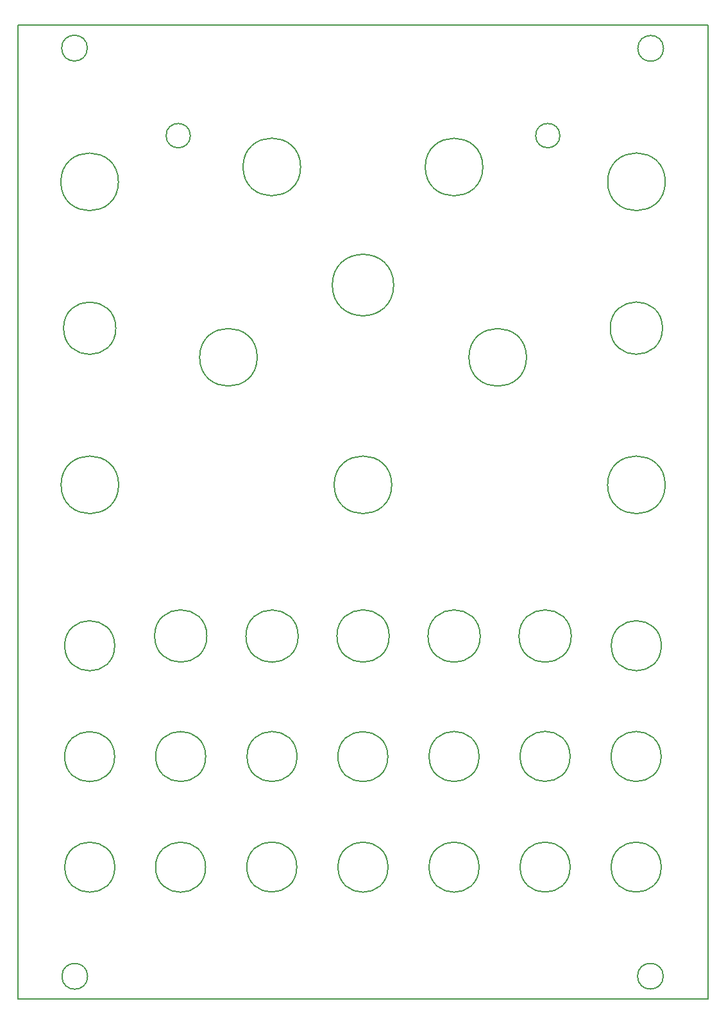
<source format=gm1>
G04 #@! TF.GenerationSoftware,KiCad,Pcbnew,(6.99.0-1801-gf14dc9e305)*
G04 #@! TF.CreationDate,2022-05-05T06:36:28+03:00*
G04 #@! TF.ProjectId,Blades,426c6164-6573-42e6-9b69-6361645f7063,rev?*
G04 #@! TF.SameCoordinates,Original*
G04 #@! TF.FileFunction,Profile,NP*
%FSLAX46Y46*%
G04 Gerber Fmt 4.6, Leading zero omitted, Abs format (unit mm)*
G04 Created by KiCad (PCBNEW (6.99.0-1801-gf14dc9e305)) date 2022-05-05 06:36:28*
%MOMM*%
%LPD*%
G01*
G04 APERTURE LIST*
G04 #@! TA.AperFunction,Profile*
%ADD10C,0.200000*%
G04 #@! TD*
G04 APERTURE END LIST*
D10*
X175588000Y-107884000D02*
G75*
G03*
X175588000Y-107884000I-3450000J0D01*
G01*
X187431000Y-123777000D02*
G75*
G03*
X187431000Y-123777000I-3300000J0D01*
G01*
X151360000Y-123780000D02*
G75*
G03*
X151360000Y-123780000I-3300000J0D01*
G01*
X151858999Y-47976000D02*
G75*
G03*
X151858999Y-47976000I-3799999J0D01*
G01*
X223530000Y-109151000D02*
G75*
G03*
X223530000Y-109151000I-3300000J0D01*
G01*
X211484000Y-123743000D02*
G75*
G03*
X211484000Y-123743000I-3300000J0D01*
G01*
X223689000Y-67268000D02*
G75*
G03*
X223689000Y-67268000I-3450000J0D01*
G01*
X229710000Y-27322000D02*
X229710000Y-155722000D01*
X199470000Y-138351000D02*
G75*
G03*
X199470000Y-138351000I-3300000J0D01*
G01*
X210139000Y-41876000D02*
G75*
G03*
X210139000Y-41876000I-1600000J0D01*
G01*
X211642000Y-107877000D02*
G75*
G03*
X211642000Y-107877000I-3450000J0D01*
G01*
X187605000Y-107867000D02*
G75*
G03*
X187605000Y-107867000I-3450000J0D01*
G01*
X138610000Y-155722000D02*
X138610000Y-27322000D01*
X205730000Y-71120000D02*
G75*
G03*
X205730000Y-71120000I-3800000J0D01*
G01*
X211493000Y-138344000D02*
G75*
G03*
X211493000Y-138344000I-3300000J0D01*
G01*
X224036999Y-87934000D02*
G75*
G03*
X224036999Y-87934000I-3799999J0D01*
G01*
X151520000Y-67276000D02*
G75*
G03*
X151520000Y-67276000I-3450000J0D01*
G01*
X224049000Y-47969000D02*
G75*
G03*
X224049000Y-47969000I-3800000J0D01*
G01*
X199470000Y-123759000D02*
G75*
G03*
X199470000Y-123759000I-3300000J0D01*
G01*
X187940999Y-87931000D02*
G75*
G03*
X187940999Y-87931000I-3799999J0D01*
G01*
X151369000Y-109157000D02*
G75*
G03*
X151369000Y-109157000I-3300000J0D01*
G01*
X223784000Y-152731000D02*
G75*
G03*
X223784000Y-152731000I-1700000J0D01*
G01*
X199625000Y-107878000D02*
G75*
G03*
X199625000Y-107878000I-3450000J0D01*
G01*
X163367000Y-138360000D02*
G75*
G03*
X163367000Y-138360000I-3300000J0D01*
G01*
X138610000Y-27322000D02*
X229710000Y-27322000D01*
X223515000Y-138343000D02*
G75*
G03*
X223515000Y-138343000I-3300000J0D01*
G01*
X187446999Y-138352000D02*
G75*
G03*
X187446999Y-138352000I-3299999J0D01*
G01*
X175407999Y-138335000D02*
G75*
G03*
X175407999Y-138335000I-3300000J0D01*
G01*
X170180000Y-71109000D02*
G75*
G03*
X170180000Y-71109000I-3800000J0D01*
G01*
X151887999Y-87936000D02*
G75*
G03*
X151887999Y-87936000I-3799999J0D01*
G01*
X223825000Y-30377000D02*
G75*
G03*
X223825000Y-30377000I-1700000J0D01*
G01*
X229710000Y-155722000D02*
X138610000Y-155722000D01*
X147758000Y-30338000D02*
G75*
G03*
X147758000Y-30338000I-1700000J0D01*
G01*
X199968000Y-46025000D02*
G75*
G03*
X199968000Y-46025000I-3800000J0D01*
G01*
X151381000Y-138359000D02*
G75*
G03*
X151381000Y-138359000I-3300000J0D01*
G01*
X147797000Y-152746000D02*
G75*
G03*
X147797000Y-152746000I-1700000J0D01*
G01*
X188193000Y-61584000D02*
G75*
G03*
X188193000Y-61584000I-4050000J0D01*
G01*
X161353000Y-41883000D02*
G75*
G03*
X161353000Y-41883000I-1600000J0D01*
G01*
X163378000Y-123762000D02*
G75*
G03*
X163378000Y-123762000I-3300000J0D01*
G01*
X175913000Y-46012000D02*
G75*
G03*
X175913000Y-46012000I-3800000J0D01*
G01*
X163538000Y-107867000D02*
G75*
G03*
X163538000Y-107867000I-3450000J0D01*
G01*
X175434999Y-123762000D02*
G75*
G03*
X175434999Y-123762000I-3299999J0D01*
G01*
X223503999Y-123754000D02*
G75*
G03*
X223503999Y-123754000I-3299999J0D01*
G01*
M02*

</source>
